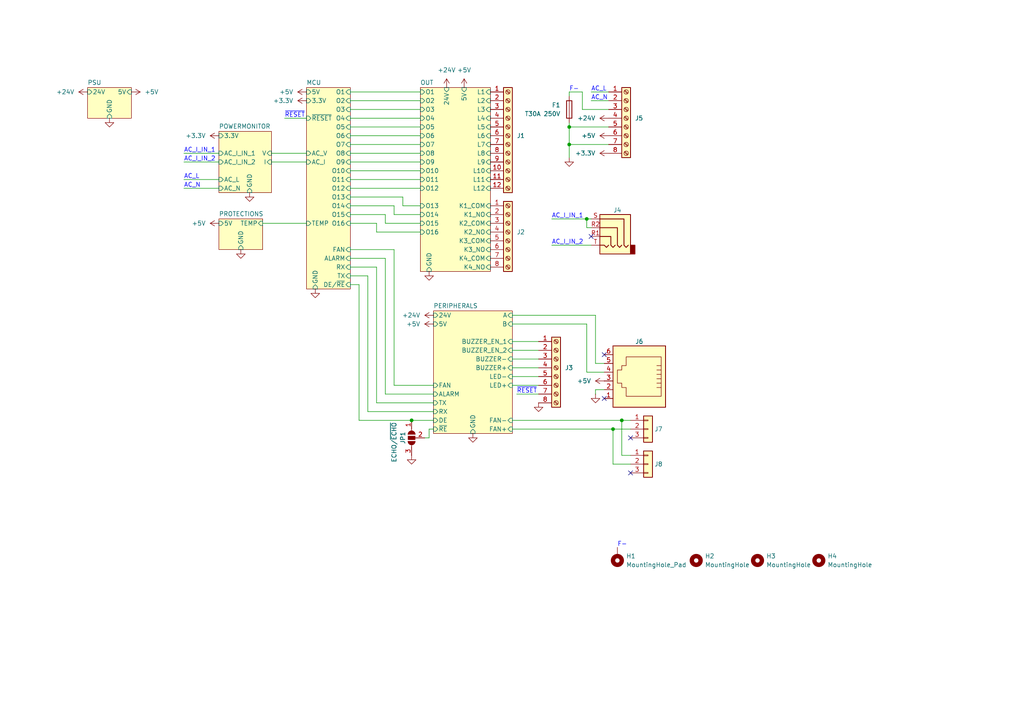
<source format=kicad_sch>
(kicad_sch (version 20231120) (generator "eeschema") (generator_version "8.0")
  (paper "A4")
  (title_block (title "Domoticata main control unit") (date "2024-07-14") (rev "0.1") (company "Davide Scalisi"))
  (lib_symbols
    (symbol "Connector:6P6C" (pin_names (offset 1.016))
      (property "Reference" "J" (at -5.08 11.43 0))
      (property "Value" "6P6C" (at 2.54 11.43 0))
      (symbol "6P6C_0_1"
        (polyline (pts (xy -6.35 -1.905) (xy -5.08 -1.905) (xy -5.08 -1.905)))
        (polyline (pts (xy -6.35 -0.635) (xy -5.08 -0.635) (xy -5.08 -0.635)))
        (polyline (pts (xy -6.35 0.635) (xy -5.08 0.635) (xy -5.08 0.635)))
        (polyline (pts (xy -6.35 1.905) (xy -5.08 1.905) (xy -5.08 1.905)))
        (polyline (pts (xy -6.35 3.175) (xy -5.08 3.175) (xy -5.08 3.175)))
        (polyline (pts (xy -5.08 4.445) (xy -6.35 4.445) (xy -6.35 4.445)))
        (polyline (pts (xy -6.35 -4.445) (xy -6.35 6.985) (xy 3.81 6.985) (xy 3.81 4.445) (xy 5.08 4.445) (xy 5.08 3.175) (xy 6.35 3.175) (xy 6.35 -0.635) (xy 5.08 -0.635) (xy 5.08 -1.905) (xy 3.81 -1.905) (xy 3.81 -4.445) (xy -6.35 -4.445) (xy -6.35 -4.445)))
        (rectangle (start 7.62 10.16) (end -7.62 -7.62) (stroke (width 0.254)) (fill (type background)))
      )
      (symbol "6P6C_1_1"
        (pin passive line (at 10.16 -5.08 180) (length 2.54) (name "~") (number "1"))
        (pin passive line (at 10.16 -2.54 180) (length 2.54) (name "~") (number "2"))
        (pin passive line (at 10.16 0 180) (length 2.54) (name "~") (number "3"))
        (pin passive line (at 10.16 2.54 180) (length 2.54) (name "~") (number "4"))
        (pin passive line (at 10.16 5.08 180) (length 2.54) (name "~") (number "5"))
        (pin passive line (at 10.16 7.62 180) (length 2.54) (name "~") (number "6"))
      )
    )
    (symbol "Connector:Screw_Terminal_01x08" (pin_names (offset 1.016) hide)
      (property "Reference" "J" (at 0 10.16 0))
      (property "Value" "Screw_Terminal_01x08" (at 0 -12.7 0))
      (symbol "Screw_Terminal_01x08_1_1"
        (rectangle (start -1.27 8.89) (end 1.27 -11.43) (stroke (width 0.254)) (fill (type background)))
        (circle (center 0 -10.16) (radius 0.635) (stroke (width 0.1524)))
        (circle (center 0 -7.62) (radius 0.635) (stroke (width 0.1524)))
        (circle (center 0 -5.08) (radius 0.635) (stroke (width 0.1524)))
        (circle (center 0 -2.54) (radius 0.635) (stroke (width 0.1524)))
        (polyline (pts (xy -0.5334 -9.8298) (xy 0.3302 -10.668)) (stroke (width 0.1524)))
        (polyline (pts (xy -0.5334 -7.2898) (xy 0.3302 -8.128)) (stroke (width 0.1524)))
        (polyline (pts (xy -0.5334 -4.7498) (xy 0.3302 -5.588)) (stroke (width 0.1524)))
        (polyline (pts (xy -0.5334 -2.2098) (xy 0.3302 -3.048)) (stroke (width 0.1524)))
        (polyline (pts (xy -0.5334 0.3302) (xy 0.3302 -0.508)) (stroke (width 0.1524)))
        (polyline (pts (xy -0.5334 2.8702) (xy 0.3302 2.032)) (stroke (width 0.1524)))
        (polyline (pts (xy -0.5334 5.4102) (xy 0.3302 4.572)) (stroke (width 0.1524)))
        (polyline (pts (xy -0.5334 7.9502) (xy 0.3302 7.112)) (stroke (width 0.1524)))
        (polyline (pts (xy -0.3556 -9.652) (xy 0.508 -10.4902)) (stroke (width 0.1524)))
        (polyline (pts (xy -0.3556 -7.112) (xy 0.508 -7.9502)) (stroke (width 0.1524)))
        (polyline (pts (xy -0.3556 -4.572) (xy 0.508 -5.4102)) (stroke (width 0.1524)))
        (polyline (pts (xy -0.3556 -2.032) (xy 0.508 -2.8702)) (stroke (width 0.1524)))
        (polyline (pts (xy -0.3556 0.508) (xy 0.508 -0.3302)) (stroke (width 0.1524)))
        (polyline (pts (xy -0.3556 3.048) (xy 0.508 2.2098)) (stroke (width 0.1524)))
        (polyline (pts (xy -0.3556 5.588) (xy 0.508 4.7498)) (stroke (width 0.1524)))
        (polyline (pts (xy -0.3556 8.128) (xy 0.508 7.2898)) (stroke (width 0.1524)))
        (circle (center 0 0) (radius 0.635) (stroke (width 0.1524)))
        (circle (center 0 2.54) (radius 0.635) (stroke (width 0.1524)))
        (circle (center 0 5.08) (radius 0.635) (stroke (width 0.1524)))
        (circle (center 0 7.62) (radius 0.635) (stroke (width 0.1524)))
        (pin passive line (at -5.08 7.62 0) (length 3.81) (name "Pin_1") (number "1"))
        (pin passive line (at -5.08 5.08 0) (length 3.81) (name "Pin_2") (number "2"))
        (pin passive line (at -5.08 2.54 0) (length 3.81) (name "Pin_3") (number "3"))
        (pin passive line (at -5.08 0 0) (length 3.81) (name "Pin_4") (number "4"))
        (pin passive line (at -5.08 -2.54 0) (length 3.81) (name "Pin_5") (number "5"))
        (pin passive line (at -5.08 -5.08 0) (length 3.81) (name "Pin_6") (number "6"))
        (pin passive line (at -5.08 -7.62 0) (length 3.81) (name "Pin_7") (number "7"))
        (pin passive line (at -5.08 -10.16 0) (length 3.81) (name "Pin_8") (number "8"))
      )
    )
    (symbol "Connector:Screw_Terminal_01x12" (pin_names (offset 1.016) hide)
      (property "Reference" "J" (at 0 15.24 0))
      (property "Value" "Screw_Terminal_01x12" (at 0 -17.78 0))
      (symbol "Screw_Terminal_01x12_1_1"
        (rectangle (start -1.27 13.97) (end 1.27 -16.51) (stroke (width 0.254)) (fill (type background)))
        (circle (center 0 -15.24) (radius 0.635) (stroke (width 0.1524)))
        (circle (center 0 -12.7) (radius 0.635) (stroke (width 0.1524)))
        (circle (center 0 -10.16) (radius 0.635) (stroke (width 0.1524)))
        (circle (center 0 -7.62) (radius 0.635) (stroke (width 0.1524)))
        (circle (center 0 -5.08) (radius 0.635) (stroke (width 0.1524)))
        (circle (center 0 -2.54) (radius 0.635) (stroke (width 0.1524)))
        (polyline (pts (xy -0.5334 -14.9098) (xy 0.3302 -15.748)) (stroke (width 0.1524)))
        (polyline (pts (xy -0.5334 -12.3698) (xy 0.3302 -13.208)) (stroke (width 0.1524)))
        (polyline (pts (xy -0.5334 -9.8298) (xy 0.3302 -10.668)) (stroke (width 0.1524)))
        (polyline (pts (xy -0.5334 -7.2898) (xy 0.3302 -8.128)) (stroke (width 0.1524)))
        (polyline (pts (xy -0.5334 -4.7498) (xy 0.3302 -5.588)) (stroke (width 0.1524)))
        (polyline (pts (xy -0.5334 -2.2098) (xy 0.3302 -3.048)) (stroke (width 0.1524)))
        (polyline (pts (xy -0.5334 0.3302) (xy 0.3302 -0.508)) (stroke (width 0.1524)))
        (polyline (pts (xy -0.5334 2.8702) (xy 0.3302 2.032)) (stroke (width 0.1524)))
        (polyline (pts (xy -0.5334 5.4102) (xy 0.3302 4.572)) (stroke (width 0.1524)))
        (polyline (pts (xy -0.5334 7.9502) (xy 0.3302 7.112)) (stroke (width 0.1524)))
        (polyline (pts (xy -0.5334 10.4902) (xy 0.3302 9.652)) (stroke (width 0.1524)))
        (polyline (pts (xy -0.5334 13.0302) (xy 0.3302 12.192)) (stroke (width 0.1524)))
        (polyline (pts (xy -0.3556 -14.732) (xy 0.508 -15.5702)) (stroke (width 0.1524)))
        (polyline (pts (xy -0.3556 -12.192) (xy 0.508 -13.0302)) (stroke (width 0.1524)))
        (polyline (pts (xy -0.3556 -9.652) (xy 0.508 -10.4902)) (stroke (width 0.1524)))
        (polyline (pts (xy -0.3556 -7.112) (xy 0.508 -7.9502)) (stroke (width 0.1524)))
        (polyline (pts (xy -0.3556 -4.572) (xy 0.508 -5.4102)) (stroke (width 0.1524)))
        (polyline (pts (xy -0.3556 -2.032) (xy 0.508 -2.8702)) (stroke (width 0.1524)))
        (polyline (pts (xy -0.3556 0.508) (xy 0.508 -0.3302)) (stroke (width 0.1524)))
        (polyline (pts (xy -0.3556 3.048) (xy 0.508 2.2098)) (stroke (width 0.1524)))
        (polyline (pts (xy -0.3556 5.588) (xy 0.508 4.7498)) (stroke (width 0.1524)))
        (polyline (pts (xy -0.3556 8.128) (xy 0.508 7.2898)) (stroke (width 0.1524)))
        (polyline (pts (xy -0.3556 10.668) (xy 0.508 9.8298)) (stroke (width 0.1524)))
        (polyline (pts (xy -0.3556 13.208) (xy 0.508 12.3698)) (stroke (width 0.1524)))
        (circle (center 0 0) (radius 0.635) (stroke (width 0.1524)))
        (circle (center 0 2.54) (radius 0.635) (stroke (width 0.1524)))
        (circle (center 0 5.08) (radius 0.635) (stroke (width 0.1524)))
        (circle (center 0 7.62) (radius 0.635) (stroke (width 0.1524)))
        (circle (center 0 10.16) (radius 0.635) (stroke (width 0.1524)))
        (circle (center 0 12.7) (radius 0.635) (stroke (width 0.1524)))
        (pin passive line (at -5.08 12.7 0) (length 3.81) (name "Pin_1") (number "1"))
        (pin passive line (at -5.08 -10.16 0) (length 3.81) (name "Pin_10") (number "10"))
        (pin passive line (at -5.08 -12.7 0) (length 3.81) (name "Pin_11") (number "11"))
        (pin passive line (at -5.08 -15.24 0) (length 3.81) (name "Pin_12") (number "12"))
        (pin passive line (at -5.08 10.16 0) (length 3.81) (name "Pin_2") (number "2"))
        (pin passive line (at -5.08 7.62 0) (length 3.81) (name "Pin_3") (number "3"))
        (pin passive line (at -5.08 5.08 0) (length 3.81) (name "Pin_4") (number "4"))
        (pin passive line (at -5.08 2.54 0) (length 3.81) (name "Pin_5") (number "5"))
        (pin passive line (at -5.08 0 0) (length 3.81) (name "Pin_6") (number "6"))
        (pin passive line (at -5.08 -2.54 0) (length 3.81) (name "Pin_7") (number "7"))
        (pin passive line (at -5.08 -5.08 0) (length 3.81) (name "Pin_8") (number "8"))
        (pin passive line (at -5.08 -7.62 0) (length 3.81) (name "Pin_9") (number "9"))
      )
    )
    (symbol "Connector_Audio:AudioJack4"
      (property "Reference" "J" (at 0 8.89 0))
      (property "Value" "AudioJack4" (at 0 6.35 0))
      (symbol "AudioJack4_0_1"
        (rectangle (start -6.35 -5.08) (end -7.62 -7.62) (stroke (width 0.254)) (fill (type outline)))
        (polyline (pts (xy 0 -5.08) (xy 0.635 -5.715) (xy 1.27 -5.08) (xy 2.54 -5.08)) (stroke (width 0.254)))
        (polyline (pts (xy -5.715 -5.08) (xy -5.08 -5.715) (xy -4.445 -5.08) (xy -4.445 2.54) (xy 2.54 2.54)) (stroke (width 0.254)))
        (polyline (pts (xy -1.905 -5.08) (xy -1.27 -5.715) (xy -0.635 -5.08) (xy -0.635 -2.54) (xy 2.54 -2.54)) (stroke (width 0.254)))
        (polyline (pts (xy 2.54 0) (xy -2.54 0) (xy -2.54 -5.08) (xy -3.175 -5.715) (xy -3.81 -5.08)) (stroke (width 0.254)))
        (rectangle (start 2.54 3.81) (end -6.35 -7.62) (stroke (width 0.254)) (fill (type background)))
      )
      (symbol "AudioJack4_1_1"
        (pin passive line (at 5.08 -2.54 180) (length 2.54) (name "~") (number "R1"))
        (pin passive line (at 5.08 0 180) (length 2.54) (name "~") (number "R2"))
        (pin passive line (at 5.08 2.54 180) (length 2.54) (name "~") (number "S"))
        (pin passive line (at 5.08 -5.08 180) (length 2.54) (name "~") (number "T"))
      )
    )
    (symbol "Connector_Generic:Conn_01x03" (pin_names (offset 1.016) hide)
      (property "Reference" "J" (at 0 5.08 0))
      (property "Value" "Conn_01x03" (at 0 -5.08 0))
      (symbol "Conn_01x03_1_1"
        (rectangle (start -1.27 -2.413) (end 0 -2.667) (stroke (width 0.1524)))
        (rectangle (start -1.27 0.127) (end 0 -0.127) (stroke (width 0.1524)))
        (rectangle (start -1.27 2.667) (end 0 2.413) (stroke (width 0.1524)))
        (rectangle (start -1.27 3.81) (end 1.27 -3.81) (stroke (width 0.254)) (fill (type background)))
        (pin passive line (at -5.08 2.54 0) (length 3.81) (name "Pin_1") (number "1"))
        (pin passive line (at -5.08 0 0) (length 3.81) (name "Pin_2") (number "2"))
        (pin passive line (at -5.08 -2.54 0) (length 3.81) (name "Pin_3") (number "3"))
      )
    )
    (symbol "Device:Fuse" (pin_numbers hide) (pin_names (offset 0))
      (property "Reference" "F" (at 2.032 0 90))
      (property "Value" "Fuse" (at -1.905 0 90))
      (symbol "Fuse_0_1"
        (rectangle (start -0.762 -2.54) (end 0.762 2.54) (stroke (width 0.254)))
        (polyline (pts (xy 0 2.54) (xy 0 -2.54)))
      )
      (symbol "Fuse_1_1"
        (pin passive line (at 0 3.81 270) (length 1.27) (name "~") (number "1"))
        (pin passive line (at 0 -3.81 90) (length 1.27) (name "~") (number "2"))
      )
    )
    (symbol "Jumper:SolderJumper_3_Open" (pin_names (offset 0) hide) (exclude_from_sim yes) (in_bom no)
      (property "Reference" "JP" (at -2.54 -2.54 0))
      (property "Value" "SolderJumper_3_Open" (at 0 2.794 0))
      (symbol "SolderJumper_3_Open_0_1"
        (arc (start -1.016 1.016) (mid -2.0276 0) (end -1.016 -1.016))
        (arc (start -1.016 1.016) (mid -2.0276 0) (end -1.016 -1.016) (fill (type outline)))
        (rectangle (start -0.508 1.016) (end 0.508 -1.016) (fill (type outline)))
        (polyline (pts (xy -2.54 0) (xy -2.032 0)))
        (polyline (pts (xy -1.016 1.016) (xy -1.016 -1.016)))
        (polyline (pts (xy 0 -1.27) (xy 0 -1.016)))
        (polyline (pts (xy 1.016 1.016) (xy 1.016 -1.016)))
        (polyline (pts (xy 2.54 0) (xy 2.032 0)))
        (arc (start 1.016 -1.016) (mid 2.0276 0) (end 1.016 1.016))
        (arc (start 1.016 -1.016) (mid 2.0276 0) (end 1.016 1.016) (fill (type outline)))
      )
      (symbol "SolderJumper_3_Open_1_1"
        (pin passive line (at -5.08 0 0) (length 2.54) (name "A") (number "1"))
        (pin passive line (at 0 -3.81 90) (length 2.54) (name "C") (number "2"))
        (pin passive line (at 5.08 0 180) (length 2.54) (name "B") (number "3"))
      )
    )
    (symbol "Mechanical:MountingHole" (pin_names (offset 1.016)) (exclude_from_sim yes) (in_bom no)
      (property "Reference" "H" (at 0 5.08 0))
      (property "Value" "MountingHole" (at 0 3.175 0))
      (symbol "MountingHole_0_1"
        (circle (center 0 0) (radius 1.27) (stroke (width 1.27)))
      )
    )
    (symbol "Mechanical:MountingHole_Pad" (pin_numbers hide) (pin_names (offset 1.016) hide) (exclude_from_sim yes) (in_bom no)
      (property "Reference" "H" (at 0 6.35 0))
      (property "Value" "MountingHole_Pad" (at 0 4.445 0))
      (symbol "MountingHole_Pad_0_1"
        (circle (center 0 1.27) (radius 1.27) (stroke (width 1.27)))
      )
      (symbol "MountingHole_Pad_1_1"
        (pin input line (at 0 -2.54 90) (length 2.54) (name "1") (number "1"))
      )
    )
    (symbol "power:+24V" (power) (pin_numbers hide) (pin_names (offset 0) hide)
      (property "Value" "+24V" (at 0 3.556 0))
      (symbol "+24V_0_1"
        (polyline (pts (xy -0.762 1.27) (xy 0 2.54)))
        (polyline (pts (xy 0 0) (xy 0 2.54)))
        (polyline (pts (xy 0 2.54) (xy 0.762 1.27)))
      )
      (symbol "+24V_1_1"
        (pin power_in line (at 0 0 90) (length 0) (name "~") (number "1"))
      )
    )
    (symbol "power:+3.3V" (power) (pin_numbers hide) (pin_names (offset 0) hide)
      (property "Value" "+3.3V" (at 0 3.556 0))
      (symbol "+3.3V_0_1"
        (polyline (pts (xy -0.762 1.27) (xy 0 2.54)))
        (polyline (pts (xy 0 0) (xy 0 2.54)))
        (polyline (pts (xy 0 2.54) (xy 0.762 1.27)))
      )
      (symbol "+3.3V_1_1"
        (pin power_in line (at 0 0 90) (length 0) (name "~") (number "1"))
      )
    )
    (symbol "power:+5V" (power) (pin_numbers hide) (pin_names (offset 0) hide)
      (property "Value" "+5V" (at 0 3.556 0))
      (symbol "+5V_0_1"
        (polyline (pts (xy -0.762 1.27) (xy 0 2.54)))
        (polyline (pts (xy 0 0) (xy 0 2.54)))
        (polyline (pts (xy 0 2.54) (xy 0.762 1.27)))
      )
      (symbol "+5V_1_1"
        (pin power_in line (at 0 0 90) (length 0) (name "~") (number "1"))
      )
    )
    (symbol "power:GND" (power) (pin_numbers hide) (pin_names (offset 0) hide)
      (property "Value" "GND" (at 0 -3.81 0))
      (symbol "GND_0_1"
        (polyline (pts (xy 0 0) (xy 0 -1.27) (xy 1.27 -1.27) (xy 0 -2.54) (xy -1.27 -1.27) (xy 0 -1.27)))
      )
      (symbol "GND_1_1"
        (pin power_in line (at 0 0 270) (length 0) (name "~") (number "1"))
      )
    )
  )
  (junction (at 170.18 63.5))
  (junction (at 165.1 36.83))
  (junction (at 165.1 41.91))
  (junction (at 177.8 124.46))
  (junction (at 119.38 121.92))
  (junction (at 180.34 121.92))
  (no_connect (at 182.88 137.16))
  (no_connect (at 175.26 102.87))
  (no_connect (at 182.88 127))
  (no_connect (at 171.45 68.58))
  (no_connect (at 175.26 115.57))
  (wire (pts (xy 148.59 93.98) (xy 170.18 93.98)))
  (wire (pts (xy 101.6 44.45) (xy 121.92 44.45)))
  (wire (pts (xy 180.34 121.92) (xy 182.88 121.92)))
  (wire (pts (xy 111.76 62.23) (xy 101.6 62.23)))
  (wire (pts (xy 170.18 107.95) (xy 170.18 93.98)))
  (wire (pts (xy 104.14 121.92) (xy 119.38 121.92)))
  (wire (pts (xy 168.91 26.67) (xy 165.1 26.67)))
  (wire (pts (xy 165.1 41.91) (xy 176.53 41.91)))
  (wire (pts (xy 114.3 59.69) (xy 101.6 59.69)))
  (wire (pts (xy 101.6 54.61) (xy 121.92 54.61)))
  (wire (pts (xy 101.6 36.83) (xy 121.92 36.83)))
  (wire (pts (xy 170.18 107.95) (xy 175.26 107.95)))
  (wire (pts (xy 180.34 132.08) (xy 182.88 132.08)))
  (wire (pts (xy 106.68 119.38) (xy 125.73 119.38)))
  (wire (pts (xy 101.6 46.99) (xy 121.92 46.99)))
  (wire (pts (xy 125.73 111.76) (xy 114.3 111.76)))
  (wire (pts (xy 106.68 80.01) (xy 106.68 119.38)))
  (wire (pts (xy 172.72 91.44) (xy 172.72 105.41)))
  (wire (pts (xy 148.59 121.92) (xy 180.34 121.92)))
  (wire (pts (xy 101.6 31.75) (xy 121.92 31.75)))
  (wire (pts (xy 114.3 62.23) (xy 114.3 59.69)))
  (wire (pts (xy 148.59 104.14) (xy 156.21 104.14)))
  (wire (pts (xy 114.3 62.23) (xy 121.92 62.23)))
  (wire (pts (xy 111.76 74.93) (xy 101.6 74.93)))
  (wire (pts (xy 53.34 54.61) (xy 63.5 54.61)))
  (wire (pts (xy 109.22 64.77) (xy 101.6 64.77)))
  (wire (pts (xy 124.46 124.46) (xy 125.73 124.46)))
  (wire (pts (xy 165.1 26.67) (xy 165.1 27.94)))
  (wire (pts (xy 148.59 91.44) (xy 172.72 91.44)))
  (wire (pts (xy 116.84 57.15) (xy 101.6 57.15)))
  (wire (pts (xy 148.59 124.46) (xy 177.8 124.46)))
  (wire (pts (xy 160.02 71.12) (xy 171.45 71.12)))
  (wire (pts (xy 53.34 44.45) (xy 63.5 44.45)))
  (wire (pts (xy 172.72 105.41) (xy 175.26 105.41)))
  (wire (pts (xy 148.59 111.76) (xy 156.21 111.76)))
  (wire (pts (xy 172.72 114.3) (xy 172.72 113.03)))
  (wire (pts (xy 182.88 134.62) (xy 177.8 134.62)))
  (wire (pts (xy 165.1 36.83) (xy 165.1 41.91)))
  (wire (pts (xy 111.76 74.93) (xy 111.76 114.3)))
  (wire (pts (xy 124.46 127) (xy 124.46 124.46)))
  (wire (pts (xy 109.22 67.31) (xy 121.92 67.31)))
  (wire (pts (xy 78.74 44.45) (xy 88.9 44.45)))
  (wire (pts (xy 180.34 121.92) (xy 180.34 132.08)))
  (wire (pts (xy 78.74 46.99) (xy 88.9 46.99)))
  (wire (pts (xy 123.19 127) (xy 124.46 127)))
  (wire (pts (xy 82.55 34.29) (xy 88.9 34.29)))
  (wire (pts (xy 101.6 41.91) (xy 121.92 41.91)))
  (wire (pts (xy 168.91 31.75) (xy 168.91 26.67)))
  (wire (pts (xy 148.59 101.6) (xy 156.21 101.6)))
  (wire (pts (xy 104.14 82.55) (xy 104.14 121.92)))
  (wire (pts (xy 53.34 46.99) (xy 63.5 46.99)))
  (wire (pts (xy 165.1 36.83) (xy 176.53 36.83)))
  (wire (pts (xy 101.6 34.29) (xy 121.92 34.29)))
  (wire (pts (xy 170.18 63.5) (xy 171.45 63.5)))
  (wire (pts (xy 109.22 77.47) (xy 109.22 116.84)))
  (wire (pts (xy 76.2 64.77) (xy 88.9 64.77)))
  (wire (pts (xy 165.1 35.56) (xy 165.1 36.83)))
  (wire (pts (xy 177.8 124.46) (xy 182.88 124.46)))
  (wire (pts (xy 114.3 72.39) (xy 114.3 111.76)))
  (wire (pts (xy 171.45 26.67) (xy 176.53 26.67)))
  (wire (pts (xy 111.76 114.3) (xy 125.73 114.3)))
  (wire (pts (xy 101.6 49.53) (xy 121.92 49.53)))
  (wire (pts (xy 116.84 59.69) (xy 121.92 59.69)))
  (wire (pts (xy 171.45 29.21) (xy 176.53 29.21)))
  (wire (pts (xy 170.18 66.04) (xy 170.18 63.5)))
  (wire (pts (xy 148.59 109.22) (xy 156.21 109.22)))
  (wire (pts (xy 106.68 80.01) (xy 101.6 80.01)))
  (wire (pts (xy 109.22 77.47) (xy 101.6 77.47)))
  (wire (pts (xy 101.6 29.21) (xy 121.92 29.21)))
  (wire (pts (xy 160.02 63.5) (xy 170.18 63.5)))
  (wire (pts (xy 104.14 82.55) (xy 101.6 82.55)))
  (wire (pts (xy 148.59 106.68) (xy 156.21 106.68)))
  (wire (pts (xy 101.6 39.37) (xy 121.92 39.37)))
  (wire (pts (xy 109.22 67.31) (xy 109.22 64.77)))
  (wire (pts (xy 101.6 52.07) (xy 121.92 52.07)))
  (wire (pts (xy 114.3 72.39) (xy 101.6 72.39)))
  (wire (pts (xy 101.6 26.67) (xy 121.92 26.67)))
  (wire (pts (xy 172.72 113.03) (xy 175.26 113.03)))
  (wire (pts (xy 119.38 121.92) (xy 125.73 121.92)))
  (wire (pts (xy 109.22 116.84) (xy 125.73 116.84)))
  (wire (pts (xy 111.76 64.77) (xy 111.76 62.23)))
  (wire (pts (xy 171.45 66.04) (xy 170.18 66.04)))
  (wire (pts (xy 53.34 52.07) (xy 63.5 52.07)))
  (wire (pts (xy 177.8 134.62) (xy 177.8 124.46)))
  (wire (pts (xy 149.86 114.3) (xy 156.21 114.3)))
  (wire (pts (xy 176.53 31.75) (xy 168.91 31.75)))
  (wire (pts (xy 111.76 64.77) (xy 121.92 64.77)))
  (wire (pts (xy 116.84 59.69) (xy 116.84 57.15)))
  (wire (pts (xy 148.59 99.06) (xy 156.21 99.06)))
  (wire (pts (xy 165.1 41.91) (xy 165.1 45.72)))
  (label "AC_N" (at 171.45 29.21 0))
  (label "F-" (at 179.07 158.75 0))
  (label "AC_N" (at 53.34 54.61 0))
  (label "~{RESET}" (at 149.86 114.3 0))
  (label "AC_I_IN_1" (at 53.34 44.45 0))
  (label "AC_L" (at 53.34 52.07 0))
  (label "AC_I_IN_2" (at 53.34 46.99 0))
  (label "AC_I_IN_1" (at 160.02 63.5 0))
  (label "F-" (at 165.1 26.67 0))
  (label "~{RESET}" (at 82.55 34.29 0))
  (label "AC_L" (at 171.45 26.67 0))
  (label "AC_I_IN_2" (at 160.02 71.12 0))
  (symbol (lib_id "power:+5V") (at 38.1 26.67 270) (unit 1)
    (property "Reference" "#PWR03" (effects (hide yes)))
    (property "Value" "+5V" (at 41.91 26.6699 90) (effects (justify left)))
    (property "Description" "Power symbol creates a global label with name \"+5V\"" (effects (hide yes)))
  )
  (symbol (lib_id "Connector:6P6C") (at 185.42 110.49 0) (mirror y) (unit 1)
    (property "Reference" "J6" (at 185.42 99.06 0))
    (property "Value" "6P6C" (effects (hide yes)))
    (property "Footprint" "Connector_RJ:RJ25_Wayconn_MJEA-660X1_Horizontal" (effects (hide yes)))
    (property "Description" "RJ connector, 6P6C (6 positions 6 connected), RJ12/RJ18/RJ25" (effects (hide yes)))
  )
  (symbol (lib_id "power:+24V") (at 129.54 25.4 0) (unit 1)
    (property "Reference" "#PWR015" (effects (hide yes)))
    (property "Value" "+24V" (at 129.54 20.32 0))
    (property "Description" "Power symbol creates a global label with name \"+24V\"" (effects (hide yes)))
  )
  (symbol (lib_id "Connector_Generic:Conn_01x03") (at 187.96 124.46 0) (unit 1)
    (property "Reference" "J7" (at 191.008 124.46 0))
    (property "Value" "Conn_01x03_Pin" (effects (hide yes)))
    (property "Footprint" "Connector:FanPinHeader_1x03_P2.54mm_Vertical" (effects (hide yes)))
    (property "Description" "Generic connector, single row, 01x03, script generated (kicad-library-utils/schlib/autogen/connector/)" (effects (hide yes)))
  )
  (symbol (lib_id "power:GND") (at 91.44 83.82 0) (unit 1)
    (property "Reference" "#PWR010" (effects (hide yes)))
    (property "Value" "GND" (effects (hide yes)))
    (property "Description" "Power symbol creates a global label with name \"GND\" , ground" (effects (hide yes)))
  )
  (symbol (lib_id "power:+5V") (at 175.26 110.49 90) (unit 1)
    (property "Reference" "#PWR021" (effects (hide yes)))
    (property "Value" "+5V" (at 171.45 110.4899 90) (effects (justify left)))
    (property "Description" "Power symbol creates a global label with name \"+5V\"" (effects (hide yes)))
  )
  (symbol (lib_id "power:+24V") (at 125.73 91.44 90) (unit 1)
    (property "Reference" "#PWR013" (effects (hide yes)))
    (property "Value" "+24V" (at 121.92 91.4399 90) (effects (justify left)))
    (property "Description" "Power symbol creates a global label with name \"+24V\"" (effects (hide yes)))
  )
  (symbol (lib_id "power:+3.3V") (at 63.5 39.37 90) (unit 1)
    (property "Reference" "#PWR04" (effects (hide yes)))
    (property "Value" "+3.3V" (at 59.69 39.3699 90) (effects (justify left)))
    (property "Description" "Power symbol creates a global label with name \"+3.3V\"" (effects (hide yes)))
  )
  (symbol (lib_id "Mechanical:MountingHole") (at 201.93 162.56 0) (unit 1) (exclude_from_sim yes) (in_bom no)
    (property "Reference" "H2" (at 204.47 161.2899 0) (effects (justify left)))
    (property "Value" "MountingHole" (at 204.47 163.8299 0) (effects (justify left)))
    (property "Footprint" "MountingHole:MountingHole_4.5mm_Pad_TopBottom" (effects (hide yes)))
    (property "Description" "Mounting Hole without connection" (effects (hide yes)))
  )
  (symbol (lib_id "power:+5V") (at 125.73 93.98 90) (unit 1)
    (property "Reference" "#PWR014" (effects (hide yes)))
    (property "Value" "+5V" (at 121.92 93.9799 90) (effects (justify left)))
    (property "Description" "Power symbol creates a global label with name \"+5V\"" (effects (hide yes)))
  )
  (symbol (lib_id "Jumper:SolderJumper_3_Open") (at 119.38 127 90) (mirror x) (unit 1) (exclude_from_sim yes) (in_bom no)
    (property "Reference" "JP1" (at 116.84 127 0))
    (property "Value" "ECHO/~{ECHO}" (at 114.3 128.27 0))
    (property "Footprint" "Jumper:SolderJumper-3_P1.3mm_Open_Pad1.0x1.5mm" (effects (hide yes)))
    (property "Description" "Solder Jumper, 3-pole, open" (effects (hide yes)))
  )
  (symbol (lib_id "power:+3.3V") (at 176.53 44.45 90) (unit 1)
    (property "Reference" "#PWR024" (effects (hide yes)))
    (property "Value" "+3.3V" (at 172.72 44.4499 90) (effects (justify left)))
    (property "Description" "Power symbol creates a global label with name \"+3.3V\"" (effects (hide yes)))
  )
  (symbol (lib_id "Device:Fuse") (at 165.1 31.75 0) (mirror y) (unit 1)
    (property "Reference" "F1" (at 162.56 30.4799 0) (effects (justify left)))
    (property "Value" "T30A 250V" (at 162.56 33.0199 0) (effects (justify left)))
    (property "Footprint" "Fuse:Fuseholder_Clip-6.3x32mm_Littelfuse_102_Inline_P34.21x7.62mm_D2.54mm_Horizontal" (effects (hide yes)))
    (property "Description" "Fuse" (effects (hide yes)))
  )
  (symbol (lib_id "power:GND") (at 172.72 114.3 0) (unit 1)
    (property "Reference" "#PWR020" (effects (hide yes)))
    (property "Value" "GND" (effects (hide yes)))
    (property "Description" "Power symbol creates a global label with name \"GND\" , ground" (effects (hide yes)))
  )
  (symbol (lib_id "power:GND") (at 165.1 45.72 0) (unit 1)
    (property "Reference" "#PWR019" (effects (hide yes)))
    (property "Value" "GND" (effects (hide yes)))
    (property "Description" "Power symbol creates a global label with name \"GND\" , ground" (effects (hide yes)))
  )
  (symbol (lib_id "power:+5V") (at 176.53 39.37 90) (unit 1)
    (property "Reference" "#PWR023" (effects (hide yes)))
    (property "Value" "+5V" (at 172.72 39.3699 90) (effects (justify left)))
    (property "Description" "Power symbol creates a global label with name \"+5V\"" (effects (hide yes)))
  )
  (symbol (lib_id "Mechanical:MountingHole") (at 219.71 162.56 0) (unit 1) (exclude_from_sim yes) (in_bom no)
    (property "Reference" "H3" (at 222.25 161.2899 0) (effects (justify left)))
    (property "Value" "MountingHole" (at 222.25 163.8299 0) (effects (justify left)))
    (property "Footprint" "MountingHole:MountingHole_4.5mm_Pad_TopBottom" (effects (hide yes)))
    (property "Description" "Mounting Hole without connection" (effects (hide yes)))
  )
  (symbol (lib_id "Mechanical:MountingHole") (at 237.49 162.56 0) (unit 1) (exclude_from_sim yes) (in_bom no)
    (property "Reference" "H4" (at 240.03 161.2899 0) (effects (justify left)))
    (property "Value" "MountingHole" (at 240.03 163.8299 0) (effects (justify left)))
    (property "Footprint" "MountingHole:MountingHole_4.5mm_Pad_TopBottom" (effects (hide yes)))
    (property "Description" "Mounting Hole without connection" (effects (hide yes)))
  )
  (symbol (lib_id "power:GND") (at 119.38 132.08 0) (unit 1)
    (property "Reference" "#PWR011" (effects (hide yes)))
    (property "Value" "GND" (effects (hide yes)))
    (property "Description" "Power symbol creates a global label with name \"GND\" , ground" (effects (hide yes)))
  )
  (symbol (lib_id "power:GND") (at 137.16 125.73 0) (unit 1)
    (property "Reference" "#PWR017" (effects (hide yes)))
    (property "Value" "GND" (effects (hide yes)))
    (property "Description" "Power symbol creates a global label with name \"GND\" , ground" (effects (hide yes)))
  )
  (symbol (lib_id "Connector:Screw_Terminal_01x12") (at 147.32 39.37 0) (unit 1)
    (property "Reference" "J1" (at 149.86 39.3699 0) (effects (justify left)))
    (property "Value" "Screw_Terminal_01x12" (effects (hide yes)))
    (property "Footprint" "Connector_Phoenix_MC_D1.4mm:PhoenixContact_MCV_1,5_12-G-3.81_1x12_P3.81mm_D1.4mm_Vertical" (effects (hide yes)))
    (property "Description" "Generic screw terminal, single row, 01x12, script generated (kicad-library-utils/schlib/autogen/connector/)" (effects (hide yes)))
  )
  (symbol (lib_id "Connector:Screw_Terminal_01x08") (at 181.61 34.29 0) (unit 1)
    (property "Reference" "J5" (at 184.15 34.2899 0) (effects (justify left)))
    (property "Value" "Screw_Terminal_01x08" (effects (hide yes)))
    (property "Footprint" "Connector_Phoenix_MC_D1.4mm:PhoenixContact_MCV_1,5_8-G-3.81_1x08_P3.81mm_D1.4mm_Vertical" (effects (hide yes)))
    (property "Description" "Generic screw terminal, single row, 01x08, script generated (kicad-library-utils/schlib/autogen/connector/)" (effects (hide yes)))
  )
  (symbol (lib_id "Connector:Screw_Terminal_01x08") (at 147.32 67.31 0) (unit 1)
    (property "Reference" "J2" (at 149.86 67.3099 0) (effects (justify left)))
    (property "Value" "Screw_Terminal_01x08" (effects (hide yes)))
    (property "Footprint" "Connector_Phoenix_MC_D1.4mm:PhoenixContact_MCV_1,5_8-G-3.81_1x08_P3.81mm_D1.4mm_Vertical" (effects (hide yes)))
    (property "Description" "Generic screw terminal, single row, 01x08, script generated (kicad-library-utils/schlib/autogen/connector/)" (effects (hide yes)))
  )
  (symbol (lib_id "Mechanical:MountingHole_Pad") (at 179.07 161.29 180) (unit 1) (exclude_from_sim yes) (in_bom no)
    (property "Reference" "H1" (at 181.61 161.2899 0) (effects (justify right)))
    (property "Value" "MountingHole_Pad" (at 181.61 163.8299 0) (effects (justify right)))
    (property "Footprint" "MountingHole:MountingHole_4.5mm_Pad_TopBottom" (effects (hide yes)))
    (property "Description" "Mounting Hole with connection" (effects (hide yes)))
  )
  (symbol (lib_id "power:+24V") (at 176.53 34.29 90) (unit 1)
    (property "Reference" "#PWR022" (effects (hide yes)))
    (property "Value" "+24V" (at 172.72 34.2899 90) (effects (justify left)))
    (property "Description" "Power symbol creates a global label with name \"+24V\"" (effects (hide yes)))
  )
  (symbol (lib_id "power:GND") (at 156.21 116.84 0) (unit 1)
    (property "Reference" "#PWR018" (effects (hide yes)))
    (property "Value" "GND" (effects (hide yes)))
    (property "Description" "Power symbol creates a global label with name \"GND\" , ground" (effects (hide yes)))
  )
  (symbol (lib_id "power:GND") (at 69.85 72.39 0) (unit 1)
    (property "Reference" "#PWR06" (effects (hide yes)))
    (property "Value" "GND" (effects (hide yes)))
    (property "Description" "Power symbol creates a global label with name \"GND\" , ground" (effects (hide yes)))
  )
  (symbol (lib_id "Connector_Generic:Conn_01x03") (at 187.96 134.62 0) (unit 1)
    (property "Reference" "J8" (at 191.008 134.62 0))
    (property "Value" "Conn_01x03_Pin" (effects (hide yes)))
    (property "Footprint" "Connector:FanPinHeader_1x03_P2.54mm_Vertical" (effects (hide yes)))
    (property "Description" "Generic connector, single row, 01x03, script generated (kicad-library-utils/schlib/autogen/connector/)" (effects (hide yes)))
  )
  (symbol (lib_id "power:+3.3V") (at 88.9 29.21 90) (unit 1)
    (property "Reference" "#PWR09" (effects (hide yes)))
    (property "Value" "+3.3V" (at 85.09 29.2099 90) (effects (justify left)))
    (property "Description" "Power symbol creates a global label with name \"+3.3V\"" (effects (hide yes)))
  )
  (symbol (lib_id "power:+5V") (at 134.62 25.4 0) (unit 1)
    (property "Reference" "#PWR016" (effects (hide yes)))
    (property "Value" "+5V" (at 134.62 20.32 0))
    (property "Description" "Power symbol creates a global label with name \"+5V\"" (effects (hide yes)))
  )
  (symbol (lib_id "power:+5V") (at 63.5 64.77 90) (unit 1)
    (property "Reference" "#PWR05" (effects (hide yes)))
    (property "Value" "+5V" (at 59.69 64.7699 90) (effects (justify left)))
    (property "Description" "Power symbol creates a global label with name \"+5V\"" (effects (hide yes)))
  )
  (symbol (lib_id "Connector:Screw_Terminal_01x08") (at 161.29 106.68 0) (unit 1)
    (property "Reference" "J3" (at 163.83 106.6799 0) (effects (justify left)))
    (property "Value" "Screw_Terminal_01x08" (effects (hide yes)))
    (property "Footprint" "Connector_Phoenix_MC_D1.4mm:PhoenixContact_MCV_1,5_8-G-3.81_1x08_P3.81mm_D1.4mm_Vertical" (effects (hide yes)))
    (property "Description" "Generic screw terminal, single row, 01x08, script generated (kicad-library-utils/schlib/autogen/connector/)" (effects (hide yes)))
  )
  (symbol (lib_id "power:GND") (at 31.75 34.29 0) (unit 1)
    (property "Reference" "#PWR02" (effects (hide yes)))
    (property "Value" "GND" (effects (hide yes)))
    (property "Description" "Power symbol creates a global label with name \"GND\" , ground" (effects (hide yes)))
  )
  (symbol (lib_id "power:GND") (at 72.39 55.88 0) (unit 1)
    (property "Reference" "#PWR07" (effects (hide yes)))
    (property "Value" "GND" (effects (hide yes)))
    (property "Description" "Power symbol creates a global label with name \"GND\" , ground" (effects (hide yes)))
  )
  (symbol (lib_id "power:GND") (at 124.46 78.74 0) (unit 1)
    (property "Reference" "#PWR012" (effects (hide yes)))
    (property "Value" "GND" (effects (hide yes)))
    (property "Description" "Power symbol creates a global label with name \"GND\" , ground" (effects (hide yes)))
  )
  (symbol (lib_id "power:+5V") (at 88.9 26.67 90) (unit 1)
    (property "Reference" "#PWR08" (effects (hide yes)))
    (property "Value" "+5V" (at 85.09 26.6699 90) (effects (justify left)))
    (property "Description" "Power symbol creates a global label with name \"+5V\"" (effects (hide yes)))
  )
  (symbol (lib_id "Connector_Audio:AudioJack4") (at 176.53 66.04 0) (mirror y) (unit 1)
    (property "Reference" "J4" (at 179.07 60.96 0))
    (property "Value" "AudioJack4" (effects (hide yes)))
    (property "Footprint" "PowerMonitor:SCT013" (effects (hide yes)))
    (property "Description" "Audio Jack, 4 Poles (TRRS)" (effects (hide yes)))
  )
  (symbol (lib_id "power:+24V") (at 25.4 26.67 90) (unit 1)
    (property "Reference" "#PWR01" (effects (hide yes)))
    (property "Value" "+24V" (at 21.59 26.6699 90) (effects (justify left)))
    (property "Description" "Power symbol creates a global label with name \"+24V\"" (effects (hide yes)))
  )
  (sheet (at 121.92 25.4) (size 20.32 53.34) (stroke (width 0.1524)) (fill (color 255 255 194 1.0000))
    (property "Sheetname" "OUT" (at 121.92 24.6884 0) (effects (justify left bottom)))
    (property "Sheetfile" "out.kicad_sch" (effects (hide yes)))
    (pin "GND" input (at 124.46 78.74 270))
    (pin "L10" input (at 142.24 49.53 0))
    (pin "O10" input (at 121.92 49.53 180))
    (pin "O9" input (at 121.92 46.99 180))
    (pin "24V" input (at 129.54 25.4 90))
    (pin "L9" input (at 142.24 46.99 0))
    (pin "O6" input (at 121.92 39.37 180))
    (pin "L4" input (at 142.24 34.29 0))
    (pin "L5" input (at 142.24 36.83 0))
    (pin "O4" input (at 121.92 34.29 180))
    (pin "O5" input (at 121.92 36.83 180))
    (pin "L2" input (at 142.24 29.21 0))
    (pin "L1" input (at 142.24 26.67 0))
    (pin "O1" input (at 121.92 26.67 180))
    (pin "O2" input (at 121.92 29.21 180))
    (pin "L3" input (at 142.24 31.75 0))
    (pin "L6" input (at 142.24 39.37 0))
    (pin "O3" input (at 121.92 31.75 180))
    (pin "O7" input (at 121.92 41.91 180))
    (pin "L7" input (at 142.24 41.91 0))
    (pin "O8" input (at 121.92 44.45 180))
    (pin "L8" input (at 142.24 44.45 0))
    (pin "O13" input (at 121.92 59.69 180))
    (pin "K1_NO" input (at 142.24 62.23 0))
    (pin "5V" input (at 134.62 25.4 90))
    (pin "O14" input (at 121.92 62.23 180))
    (pin "K4_COM" input (at 142.24 74.93 0))
    (pin "K3_COM" input (at 142.24 69.85 0))
    (pin "K2_COM" input (at 142.24 64.77 0))
    (pin "O12" input (at 121.92 54.61 180))
    (pin "O11" input (at 121.92 52.07 180))
    (pin "K2_NO" input (at 142.24 67.31 0))
    (pin "K1_COM" input (at 142.24 59.69 0))
    (pin "O16" input (at 121.92 67.31 180))
    (pin "K4_NO" input (at 142.24 77.47 0))
    (pin "K3_NO" input (at 142.24 72.39 0))
    (pin "O15" input (at 121.92 64.77 180))
    (pin "L11" input (at 142.24 52.07 0))
    (pin "L12" input (at 142.24 54.61 0))
  )
  (sheet (at 25.4 25.4) (size 12.7 8.89) (stroke (width 0.1524)) (fill (color 255 255 194 1.0000))
    (property "Sheetname" "PSU" (at 25.4 24.6884 0) (effects (justify left bottom)))
    (property "Sheetfile" "psu.kicad_sch" (effects (hide yes)))
    (pin "GND" input (at 31.75 34.29 270))
    (pin "5V" input (at 38.1 26.67 0))
    (pin "24V" input (at 25.4 26.67 180))
  )
  (sheet (at 88.9 25.4) (size 12.7 58.42) (stroke (width 0.1524)) (fill (color 255 255 194 1.0000))
    (property "Sheetname" "MCU" (at 88.9 24.6884 0) (effects (justify left bottom)))
    (property "Sheetfile" "mcu.kicad_sch" (effects (hide yes)))
    (pin "5V" input (at 88.9 26.67 180))
    (pin "O1" input (at 101.6 26.67 0))
    (pin "O2" input (at 101.6 29.21 0))
    (pin "O7" input (at 101.6 41.91 0))
    (pin "RX" input (at 101.6 77.47 0))
    (pin "TX" input (at 101.6 80.01 0))
    (pin "O4" input (at 101.6 34.29 0))
    (pin "O5" input (at 101.6 36.83 0))
    (pin "O3" input (at 101.6 31.75 0))
    (pin "O6" input (at 101.6 39.37 0))
    (pin "GND" input (at 91.44 83.82 270))
    (pin "O9" input (at 101.6 46.99 0))
    (pin "O8" input (at 101.6 44.45 0))
    (pin "O10" input (at 101.6 49.53 0))
    (pin "DE{slash}~{RE}" input (at 101.6 82.55 0))
    (pin "O15" input (at 101.6 62.23 0))
    (pin "O16" input (at 101.6 64.77 0))
    (pin "O12" input (at 101.6 54.61 0))
    (pin "O11" input (at 101.6 52.07 0))
    (pin "O13" input (at 101.6 57.15 0))
    (pin "O14" input (at 101.6 59.69 0))
    (pin "TEMP" input (at 88.9 64.77 180))
    (pin "AC_V" input (at 88.9 44.45 180))
    (pin "AC_I" input (at 88.9 46.99 180))
    (pin "ALARM" input (at 101.6 74.93 0))
    (pin "3.3V" input (at 88.9 29.21 180))
    (pin "FAN" input (at 101.6 72.39 0))
    (pin "~{RESET}" input (at 88.9 34.29 180))
  )
  (sheet (at 63.5 63.5) (size 12.7 8.89) (stroke (width 0.1524)) (fill (color 255 255 194 1.0000))
    (property "Sheetname" "PROTECTIONS" (at 63.5 62.7884 0) (effects (justify left bottom)))
    (property "Sheetfile" "protections.kicad_sch" (effects (hide yes)))
    (pin "GND" input (at 69.85 72.39 270))
    (pin "5V" input (at 63.5 64.77 180))
    (pin "TEMP" input (at 76.2 64.77 0))
  )
  (sheet (at 125.73 90.17) (size 22.86 35.56) (stroke (width 0.1524)) (fill (color 255 255 194 1.0000))
    (property "Sheetname" "PERIPHERALS" (at 125.73 89.4584 0) (effects (justify left bottom)))
    (property "Sheetfile" "peripherals.kicad_sch" (effects (hide yes)))
    (pin "B" input (at 148.59 93.98 0))
    (pin "A" input (at 148.59 91.44 0))
    (pin "GND" input (at 137.16 125.73 270))
    (pin "RX" input (at 125.73 119.38 180))
    (pin "5V" input (at 125.73 93.98 180))
    (pin "TX" input (at 125.73 116.84 180))
    (pin "DE" input (at 125.73 121.92 180))
    (pin "~{RE}" input (at 125.73 124.46 180))
    (pin "24V" input (at 125.73 91.44 180))
    (pin "ALARM" input (at 125.73 114.3 180))
    (pin "FAN" input (at 125.73 111.76 180))
    (pin "BUZZER+" input (at 148.59 106.68 0))
    (pin "LED+" input (at 148.59 111.76 0))
    (pin "LED-" input (at 148.59 109.22 0))
    (pin "BUZZER-" input (at 148.59 104.14 0))
    (pin "FAN-" input (at 148.59 121.92 0))
    (pin "FAN+" input (at 148.59 124.46 0))
    (pin "BUZZER_EN_1" input (at 148.59 99.06 0))
    (pin "BUZZER_EN_2" input (at 148.59 101.6 0))
  )
  (sheet (at 63.5 38.1) (size 15.24 17.78) (stroke (width 0.1524)) (fill (color 255 255 194 1.0000))
    (property "Sheetname" "POWERMONITOR" (at 63.5 37.3884 0) (effects (justify left bottom)))
    (property "Sheetfile" "powermonitor.kicad_sch" (effects (hide yes)))
    (pin "3.3V" input (at 63.5 39.37 180))
    (pin "V" input (at 78.74 44.45 0))
    (pin "I" input (at 78.74 46.99 0))
    (pin "GND" input (at 72.39 55.88 270))
    (pin "AC_N" input (at 63.5 54.61 180))
    (pin "AC_L" input (at 63.5 52.07 180))
    (pin "AC_I_IN_1" input (at 63.5 44.45 180))
    (pin "AC_I_IN_2" input (at 63.5 46.99 180))
  )
)
</source>
